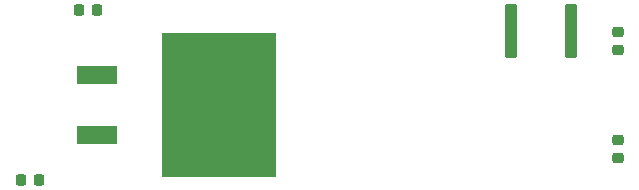
<source format=gbp>
%TF.GenerationSoftware,KiCad,Pcbnew,7.0.7*%
%TF.CreationDate,2023-11-07T21:15:51-05:00*%
%TF.ProjectId,DriveTrain,44726976-6554-4726-9169-6e2e6b696361,rev?*%
%TF.SameCoordinates,Original*%
%TF.FileFunction,Paste,Bot*%
%TF.FilePolarity,Positive*%
%FSLAX46Y46*%
G04 Gerber Fmt 4.6, Leading zero omitted, Abs format (unit mm)*
G04 Created by KiCad (PCBNEW 7.0.7) date 2023-11-07 21:15:51*
%MOMM*%
%LPD*%
G01*
G04 APERTURE LIST*
G04 Aperture macros list*
%AMRoundRect*
0 Rectangle with rounded corners*
0 $1 Rounding radius*
0 $2 $3 $4 $5 $6 $7 $8 $9 X,Y pos of 4 corners*
0 Add a 4 corners polygon primitive as box body*
4,1,4,$2,$3,$4,$5,$6,$7,$8,$9,$2,$3,0*
0 Add four circle primitives for the rounded corners*
1,1,$1+$1,$2,$3*
1,1,$1+$1,$4,$5*
1,1,$1+$1,$6,$7*
1,1,$1+$1,$8,$9*
0 Add four rect primitives between the rounded corners*
20,1,$1+$1,$2,$3,$4,$5,0*
20,1,$1+$1,$4,$5,$6,$7,0*
20,1,$1+$1,$6,$7,$8,$9,0*
20,1,$1+$1,$8,$9,$2,$3,0*%
G04 Aperture macros list end*
%ADD10RoundRect,0.225000X0.250000X-0.225000X0.250000X0.225000X-0.250000X0.225000X-0.250000X-0.225000X0*%
%ADD11RoundRect,0.225000X-0.225000X-0.250000X0.225000X-0.250000X0.225000X0.250000X-0.225000X0.250000X0*%
%ADD12RoundRect,0.250000X-0.300000X2.050000X-0.300000X-2.050000X0.300000X-2.050000X0.300000X2.050000X0*%
%ADD13R,3.500000X1.600000*%
%ADD14R,9.750000X12.200000*%
G04 APERTURE END LIST*
D10*
%TO.C,C1*%
X191745000Y-48370000D03*
X191745000Y-46820000D03*
%TD*%
D11*
%TO.C,C4*%
X146080000Y-45035000D03*
X147630000Y-45035000D03*
%TD*%
D10*
%TO.C,C2*%
X191785000Y-57530000D03*
X191785000Y-55980000D03*
%TD*%
D11*
%TO.C,C3*%
X141170000Y-59375000D03*
X142720000Y-59375000D03*
%TD*%
D12*
%TO.C,IC1*%
X182675000Y-46795000D03*
X187755000Y-46795000D03*
%TD*%
D13*
%TO.C,IC2*%
X147674000Y-55540000D03*
D14*
X157950000Y-53000000D03*
D13*
X147674000Y-50460000D03*
%TD*%
M02*

</source>
